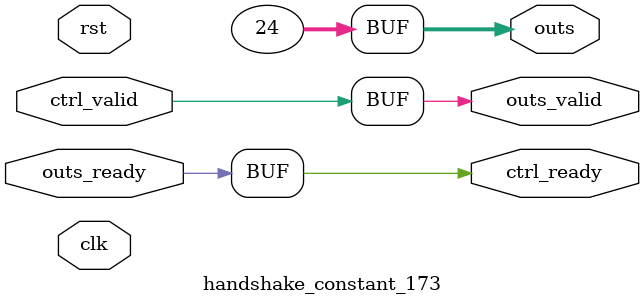
<source format=v>
`timescale 1ns / 1ps
module handshake_constant_173 #(
  parameter DATA_WIDTH = 32  // Default set to 32 bits
) (
  input                       clk,
  input                       rst,
  // Input Channel
  input                       ctrl_valid,
  output                      ctrl_ready,
  // Output Channel
  output [DATA_WIDTH - 1 : 0] outs,
  output                      outs_valid,
  input                       outs_ready
);
  assign outs       = 6'b011000;
  assign outs_valid = ctrl_valid;
  assign ctrl_ready = outs_ready;

endmodule

</source>
